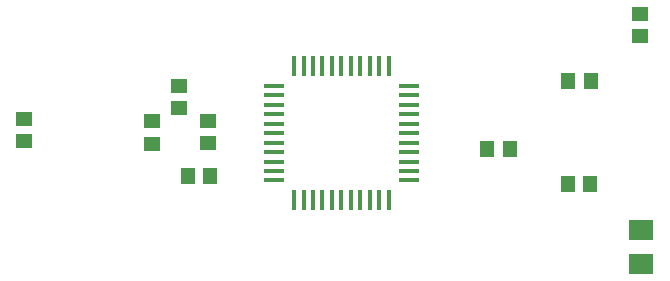
<source format=gbr>
G04 DipTrace 4.1.3.1*
G04 TopPaste.gbr*
%MOIN*%
G04 #@! TF.FileFunction,Paste,Top*
G04 #@! TF.Part,Single*
%ADD48R,0.015748X0.066929*%
%ADD50R,0.066929X0.015748*%
%ADD57R,0.084646X0.066929*%
%ADD59R,0.055118X0.047244*%
%ADD61R,0.047244X0.055118*%
%FSLAX26Y26*%
G04*
G70*
G90*
G75*
G01*
G04 TopPaste*
%LPD*%
D61*
X2763780Y1086614D3*
X2838583D3*
X2761811Y742126D3*
X2836614D3*
D59*
X1466535Y994094D3*
Y1068898D3*
X950787Y883858D3*
Y958661D3*
X1564961Y877953D3*
Y952756D3*
X1377953Y875984D3*
Y950787D3*
D57*
X3007874Y588583D3*
Y474409D3*
D59*
X3001969Y1234252D3*
Y1309055D3*
D61*
X2494094Y858268D3*
X2568898D3*
X1570866Y769685D3*
X1496063D3*
D50*
X1783465Y1068898D3*
Y1037402D3*
Y1005906D3*
Y974409D3*
Y942913D3*
Y911417D3*
Y879921D3*
Y848425D3*
Y816929D3*
Y785433D3*
Y753937D3*
D48*
X1850394Y687008D3*
X1881890D3*
X1913386D3*
X1944882D3*
X1976378D3*
X2007874D3*
X2039370D3*
X2070866D3*
X2102362D3*
X2133858D3*
X2165354D3*
D50*
X2232283Y753937D3*
Y785433D3*
Y816929D3*
Y848425D3*
Y879921D3*
Y911417D3*
Y942913D3*
Y974409D3*
Y1005906D3*
Y1037402D3*
Y1068898D3*
D48*
X2165354Y1135827D3*
X2133858D3*
X2102362D3*
X2070866D3*
X2039370D3*
X2007874D3*
X1976378D3*
X1944882D3*
X1913386D3*
X1881890D3*
X1850394D3*
M02*

</source>
